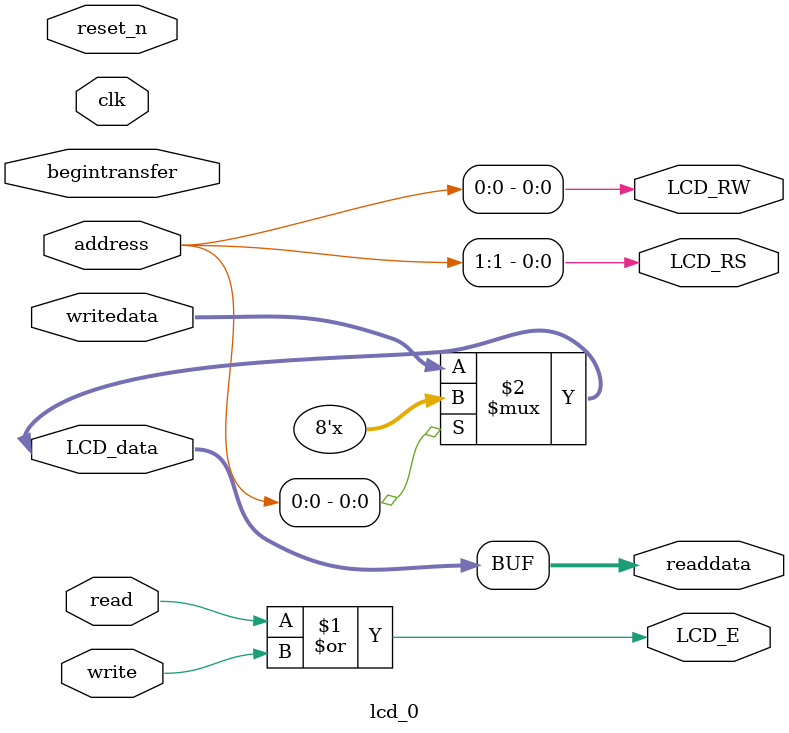
<source format=v>

`timescale 1ns / 1ps
// synthesis translate_on

// turn off superfluous verilog processor warnings 
// altera message_level Level1 
// altera message_off 10034 10035 10036 10037 10230 10240 10030 

module lcd_0 (
               // inputs:
                address,
                begintransfer,
                clk,
                read,
                reset_n,
                write,
                writedata,

               // outputs:
                LCD_E,
                LCD_RS,
                LCD_RW,
                LCD_data,
                readdata
             )
;

  output           LCD_E;
  output           LCD_RS;
  output           LCD_RW;
  inout   [  7: 0] LCD_data;
  output  [  7: 0] readdata;
  input   [  1: 0] address;
  input            begintransfer;
  input            clk;
  input            read;
  input            reset_n;
  input            write;
  input   [  7: 0] writedata;

  wire             LCD_E;
  wire             LCD_RS;
  wire             LCD_RW;
  wire    [  7: 0] LCD_data;
  wire    [  7: 0] readdata;
  assign LCD_RW = address[0];
  assign LCD_RS = address[1];
  assign LCD_E = read | write;
  assign LCD_data = (address[0]) ? 8'bz : writedata;
  assign readdata = LCD_data;
  //control_slave, which is an e_avalon_slave

endmodule


</source>
